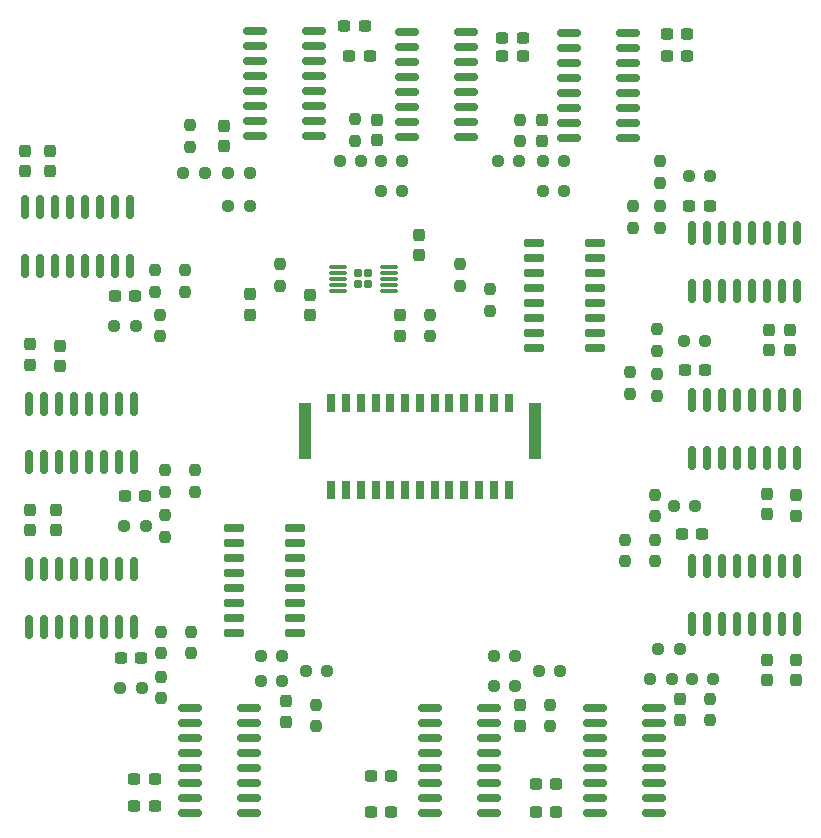
<source format=gtp>
%TF.GenerationSoftware,KiCad,Pcbnew,8.0.0*%
%TF.CreationDate,2024-03-11T20:15:50-07:00*%
%TF.ProjectId,PCB,5043422e-6b69-4636-9164-5f7063625858,rev?*%
%TF.SameCoordinates,Original*%
%TF.FileFunction,Paste,Top*%
%TF.FilePolarity,Positive*%
%FSLAX46Y46*%
G04 Gerber Fmt 4.6, Leading zero omitted, Abs format (unit mm)*
G04 Created by KiCad (PCBNEW 8.0.0) date 2024-03-11 20:15:50*
%MOMM*%
%LPD*%
G01*
G04 APERTURE LIST*
G04 Aperture macros list*
%AMRoundRect*
0 Rectangle with rounded corners*
0 $1 Rounding radius*
0 $2 $3 $4 $5 $6 $7 $8 $9 X,Y pos of 4 corners*
0 Add a 4 corners polygon primitive as box body*
4,1,4,$2,$3,$4,$5,$6,$7,$8,$9,$2,$3,0*
0 Add four circle primitives for the rounded corners*
1,1,$1+$1,$2,$3*
1,1,$1+$1,$4,$5*
1,1,$1+$1,$6,$7*
1,1,$1+$1,$8,$9*
0 Add four rect primitives between the rounded corners*
20,1,$1+$1,$2,$3,$4,$5,0*
20,1,$1+$1,$4,$5,$6,$7,0*
20,1,$1+$1,$6,$7,$8,$9,0*
20,1,$1+$1,$8,$9,$2,$3,0*%
G04 Aperture macros list end*
%ADD10RoundRect,0.237500X0.237500X-0.287500X0.237500X0.287500X-0.237500X0.287500X-0.237500X-0.287500X0*%
%ADD11RoundRect,0.237500X-0.237500X0.250000X-0.237500X-0.250000X0.237500X-0.250000X0.237500X0.250000X0*%
%ADD12RoundRect,0.237500X0.237500X-0.250000X0.237500X0.250000X-0.237500X0.250000X-0.237500X-0.250000X0*%
%ADD13RoundRect,0.150000X-0.725000X-0.150000X0.725000X-0.150000X0.725000X0.150000X-0.725000X0.150000X0*%
%ADD14RoundRect,0.237500X0.250000X0.237500X-0.250000X0.237500X-0.250000X-0.237500X0.250000X-0.237500X0*%
%ADD15RoundRect,0.150000X-0.150000X0.825000X-0.150000X-0.825000X0.150000X-0.825000X0.150000X0.825000X0*%
%ADD16RoundRect,0.237500X0.300000X0.237500X-0.300000X0.237500X-0.300000X-0.237500X0.300000X-0.237500X0*%
%ADD17RoundRect,0.150000X-0.825000X-0.150000X0.825000X-0.150000X0.825000X0.150000X-0.825000X0.150000X0*%
%ADD18RoundRect,0.237500X0.237500X-0.300000X0.237500X0.300000X-0.237500X0.300000X-0.237500X-0.300000X0*%
%ADD19RoundRect,0.237500X-0.237500X0.300000X-0.237500X-0.300000X0.237500X-0.300000X0.237500X0.300000X0*%
%ADD20RoundRect,0.150000X0.150000X-0.825000X0.150000X0.825000X-0.150000X0.825000X-0.150000X-0.825000X0*%
%ADD21RoundRect,0.237500X-0.300000X-0.237500X0.300000X-0.237500X0.300000X0.237500X-0.300000X0.237500X0*%
%ADD22RoundRect,0.237500X-0.250000X-0.237500X0.250000X-0.237500X0.250000X0.237500X-0.250000X0.237500X0*%
%ADD23R,0.800000X1.600000*%
%ADD24R,1.000000X4.800000*%
%ADD25RoundRect,0.150000X0.825000X0.150000X-0.825000X0.150000X-0.825000X-0.150000X0.825000X-0.150000X0*%
%ADD26RoundRect,0.170000X-0.170000X-0.210000X0.170000X-0.210000X0.170000X0.210000X-0.170000X0.210000X0*%
%ADD27RoundRect,0.075000X-0.650000X-0.075000X0.650000X-0.075000X0.650000X0.075000X-0.650000X0.075000X0*%
G04 APERTURE END LIST*
D10*
X232410000Y-112142500D03*
X232410000Y-110392500D03*
D11*
X250190000Y-107837500D03*
X250190000Y-109662500D03*
D12*
X266700000Y-129182500D03*
X266700000Y-127357500D03*
D13*
X256505000Y-106045000D03*
X256505000Y-107315000D03*
X256505000Y-108585000D03*
X256505000Y-109855000D03*
X256505000Y-111125000D03*
X256505000Y-112395000D03*
X256505000Y-113665000D03*
X256505000Y-114935000D03*
X261655000Y-114935000D03*
X261655000Y-113665000D03*
X261655000Y-112395000D03*
X261655000Y-111125000D03*
X261655000Y-109855000D03*
X261655000Y-108585000D03*
X261655000Y-107315000D03*
X261655000Y-106045000D03*
D14*
X235165000Y-140970000D03*
X233340000Y-140970000D03*
D15*
X278765000Y-105160000D03*
X277495000Y-105160000D03*
X276225000Y-105160000D03*
X274955000Y-105160000D03*
X273685000Y-105160000D03*
X272415000Y-105160000D03*
X271145000Y-105160000D03*
X269875000Y-105160000D03*
X269875000Y-110110000D03*
X271145000Y-110110000D03*
X272415000Y-110110000D03*
X273685000Y-110110000D03*
X274955000Y-110110000D03*
X276225000Y-110110000D03*
X277495000Y-110110000D03*
X278765000Y-110110000D03*
D16*
X258392500Y-154250000D03*
X256667500Y-154250000D03*
D11*
X234950000Y-107837500D03*
X234950000Y-109662500D03*
D17*
X232905000Y-88070000D03*
X232905000Y-89340000D03*
X232905000Y-90610000D03*
X232905000Y-91880000D03*
X232905000Y-93150000D03*
X232905000Y-94420000D03*
X232905000Y-95690000D03*
X232905000Y-96960000D03*
X237855000Y-96960000D03*
X237855000Y-95690000D03*
X237855000Y-94420000D03*
X237855000Y-93150000D03*
X237855000Y-91880000D03*
X237855000Y-90610000D03*
X237855000Y-89340000D03*
X237855000Y-88070000D03*
D12*
X227445000Y-140780000D03*
X227445000Y-138955000D03*
D18*
X216015000Y-130337500D03*
X216015000Y-128612500D03*
D13*
X231070000Y-130175000D03*
X231070000Y-131445000D03*
X231070000Y-132715000D03*
X231070000Y-133985000D03*
X231070000Y-135255000D03*
X231070000Y-136525000D03*
X231070000Y-137795000D03*
X231070000Y-139065000D03*
X236220000Y-139065000D03*
X236220000Y-137795000D03*
X236220000Y-136525000D03*
X236220000Y-135255000D03*
X236220000Y-133985000D03*
X236220000Y-132715000D03*
X236220000Y-131445000D03*
X236220000Y-130175000D03*
D12*
X227785000Y-127090000D03*
X227785000Y-125265000D03*
D18*
X213415000Y-99960000D03*
X213415000Y-98235000D03*
D19*
X230235000Y-96097500D03*
X230235000Y-97822500D03*
X278710000Y-127407500D03*
X278710000Y-129132500D03*
D14*
X254912500Y-140970000D03*
X253087500Y-140970000D03*
D12*
X226925000Y-110170000D03*
X226925000Y-108345000D03*
D20*
X213750000Y-138580000D03*
X215020000Y-138580000D03*
X216290000Y-138580000D03*
X217560000Y-138580000D03*
X218830000Y-138580000D03*
X220100000Y-138580000D03*
X221370000Y-138580000D03*
X222640000Y-138580000D03*
X222640000Y-133630000D03*
X221370000Y-133630000D03*
X220100000Y-133630000D03*
X218830000Y-133630000D03*
X217560000Y-133630000D03*
X216290000Y-133630000D03*
X215020000Y-133630000D03*
X213750000Y-133630000D03*
D21*
X267732500Y-90170000D03*
X269457500Y-90170000D03*
D12*
X247650000Y-113942500D03*
X247650000Y-112117500D03*
D22*
X221452500Y-143677500D03*
X223277500Y-143677500D03*
D12*
X257810000Y-146962500D03*
X257810000Y-145137500D03*
D18*
X215495000Y-99960000D03*
X215495000Y-98235000D03*
D21*
X221502500Y-141137500D03*
X223227500Y-141137500D03*
D17*
X259490000Y-88265000D03*
X259490000Y-89535000D03*
X259490000Y-90805000D03*
X259490000Y-92075000D03*
X259490000Y-93345000D03*
X259490000Y-94615000D03*
X259490000Y-95885000D03*
X259490000Y-97155000D03*
X264440000Y-97155000D03*
X264440000Y-95885000D03*
X264440000Y-94615000D03*
X264440000Y-93345000D03*
X264440000Y-92075000D03*
X264440000Y-90805000D03*
X264440000Y-89535000D03*
X264440000Y-88265000D03*
D18*
X216355000Y-116472500D03*
X216355000Y-114747500D03*
D11*
X264885000Y-102912500D03*
X264885000Y-104737500D03*
D21*
X220982500Y-110527500D03*
X222707500Y-110527500D03*
X240867500Y-90170000D03*
X242592500Y-90170000D03*
D18*
X255270000Y-146912500D03*
X255270000Y-145187500D03*
D12*
X271392500Y-146432500D03*
X271392500Y-144607500D03*
D16*
X224382500Y-151460000D03*
X222657500Y-151460000D03*
D22*
X256897500Y-142240000D03*
X258722500Y-142240000D03*
D18*
X213805000Y-130337500D03*
X213805000Y-128612500D03*
D11*
X266700000Y-131167500D03*
X266700000Y-132992500D03*
D22*
X257242500Y-101600000D03*
X259067500Y-101600000D03*
D16*
X258392500Y-151870000D03*
X256667500Y-151870000D03*
D18*
X237490000Y-112152500D03*
X237490000Y-110427500D03*
D23*
X254340000Y-119580000D03*
X254340000Y-126970000D03*
X253090000Y-119580000D03*
X253090000Y-126970000D03*
X251840000Y-119580000D03*
X251840000Y-126970000D03*
X250590000Y-119580000D03*
X250590000Y-126970000D03*
X249340000Y-119580000D03*
X249340000Y-126970000D03*
X248090000Y-119580000D03*
X248090000Y-126970000D03*
X246840000Y-119580000D03*
X246840000Y-126970000D03*
X245590000Y-119580000D03*
X245590000Y-126970000D03*
X244340000Y-119580000D03*
X244340000Y-126970000D03*
X243090000Y-119580000D03*
X243090000Y-126970000D03*
X241840000Y-119580000D03*
X241840000Y-126970000D03*
X240590000Y-119580000D03*
X240590000Y-126970000D03*
X239340000Y-119580000D03*
X239340000Y-126970000D03*
D24*
X237140000Y-121920000D03*
X256540000Y-121920000D03*
D15*
X278765000Y-133350000D03*
X277495000Y-133350000D03*
X276225000Y-133350000D03*
X274955000Y-133350000D03*
X273685000Y-133350000D03*
X272415000Y-133350000D03*
X271145000Y-133350000D03*
X269875000Y-133350000D03*
X269875000Y-138300000D03*
X271145000Y-138300000D03*
X272415000Y-138300000D03*
X273685000Y-138300000D03*
X274955000Y-138300000D03*
X276225000Y-138300000D03*
X277495000Y-138300000D03*
X278765000Y-138300000D03*
D22*
X253432500Y-99060000D03*
X255257500Y-99060000D03*
D25*
X266635000Y-154305000D03*
X266635000Y-153035000D03*
X266635000Y-151765000D03*
X266635000Y-150495000D03*
X266635000Y-149225000D03*
X266635000Y-147955000D03*
X266635000Y-146685000D03*
X266635000Y-145415000D03*
X261685000Y-145415000D03*
X261685000Y-146685000D03*
X261685000Y-147955000D03*
X261685000Y-149225000D03*
X261685000Y-150495000D03*
X261685000Y-151765000D03*
X261685000Y-153035000D03*
X261685000Y-154305000D03*
D11*
X252730000Y-109935000D03*
X252730000Y-111760000D03*
D16*
X244422500Y-154250000D03*
X242697500Y-154250000D03*
D22*
X243527500Y-99060000D03*
X245352500Y-99060000D03*
D25*
X252665000Y-154305000D03*
X252665000Y-153035000D03*
X252665000Y-151765000D03*
X252665000Y-150495000D03*
X252665000Y-149225000D03*
X252665000Y-147955000D03*
X252665000Y-146685000D03*
X252665000Y-145415000D03*
X247715000Y-145415000D03*
X247715000Y-146685000D03*
X247715000Y-147955000D03*
X247715000Y-149225000D03*
X247715000Y-150495000D03*
X247715000Y-151765000D03*
X247715000Y-153035000D03*
X247715000Y-154305000D03*
D19*
X276225000Y-127257500D03*
X276225000Y-128982500D03*
D18*
X213805000Y-116337500D03*
X213805000Y-114612500D03*
D22*
X243527500Y-101600000D03*
X245352500Y-101600000D03*
D20*
X213750000Y-124580000D03*
X215020000Y-124580000D03*
X216290000Y-124580000D03*
X217560000Y-124580000D03*
X218830000Y-124580000D03*
X220100000Y-124580000D03*
X221370000Y-124580000D03*
X222640000Y-124580000D03*
X222640000Y-119630000D03*
X221370000Y-119630000D03*
X220100000Y-119630000D03*
X218830000Y-119630000D03*
X217560000Y-119630000D03*
X216290000Y-119630000D03*
X215020000Y-119630000D03*
X213750000Y-119630000D03*
D11*
X255270000Y-95607500D03*
X255270000Y-97432500D03*
D21*
X253802500Y-90170000D03*
X255527500Y-90170000D03*
D18*
X245110000Y-113892500D03*
X245110000Y-112167500D03*
D22*
X237150000Y-142240000D03*
X238975000Y-142240000D03*
D21*
X240437500Y-87630000D03*
X242162500Y-87630000D03*
D14*
X268137500Y-142980000D03*
X266312500Y-142980000D03*
D12*
X224385000Y-110170000D03*
X224385000Y-108345000D03*
D18*
X246750000Y-107072500D03*
X246750000Y-105347500D03*
D16*
X244422500Y-151130000D03*
X242697500Y-151130000D03*
D11*
X264160000Y-131167500D03*
X264160000Y-132992500D03*
D12*
X267175000Y-100927500D03*
X267175000Y-99102500D03*
D26*
X241617500Y-108605000D03*
X241617500Y-109545000D03*
X242457500Y-108605000D03*
X242457500Y-109545000D03*
D27*
X239887500Y-108075000D03*
X239887500Y-108575000D03*
X239887500Y-109075000D03*
X239887500Y-109575000D03*
X239887500Y-110075000D03*
X244187500Y-110075000D03*
X244187500Y-109575000D03*
X244187500Y-109075000D03*
X244187500Y-108575000D03*
X244187500Y-108075000D03*
D16*
X224382500Y-153670000D03*
X222657500Y-153670000D03*
D11*
X266927500Y-117132500D03*
X266927500Y-118957500D03*
D19*
X278130000Y-113402500D03*
X278130000Y-115127500D03*
D18*
X268852500Y-146382500D03*
X268852500Y-144657500D03*
D19*
X243170000Y-95597500D03*
X243170000Y-97322500D03*
D18*
X235522500Y-146552500D03*
X235522500Y-144827500D03*
D16*
X271372500Y-102870000D03*
X269647500Y-102870000D03*
D14*
X270152500Y-128270000D03*
X268327500Y-128270000D03*
D11*
X227330000Y-96047500D03*
X227330000Y-97872500D03*
D14*
X271422500Y-100330000D03*
X269597500Y-100330000D03*
D12*
X238062500Y-146962500D03*
X238062500Y-145137500D03*
D17*
X245775000Y-88205000D03*
X245775000Y-89475000D03*
X245775000Y-90745000D03*
X245775000Y-92015000D03*
X245775000Y-93285000D03*
X245775000Y-94555000D03*
X245775000Y-95825000D03*
X245775000Y-97095000D03*
X250725000Y-97095000D03*
X250725000Y-95825000D03*
X250725000Y-94555000D03*
X250725000Y-93285000D03*
X250725000Y-92015000D03*
X250725000Y-90745000D03*
X250725000Y-89475000D03*
X250725000Y-88205000D03*
D11*
X267175000Y-102912500D03*
X267175000Y-104737500D03*
D21*
X253802500Y-88700000D03*
X255527500Y-88700000D03*
D22*
X269847500Y-142980000D03*
X271672500Y-142980000D03*
D14*
X268852500Y-140440000D03*
X267027500Y-140440000D03*
X235165000Y-143150000D03*
X233340000Y-143150000D03*
D19*
X257175000Y-95657500D03*
X257175000Y-97382500D03*
D20*
X213360000Y-107950000D03*
X214630000Y-107950000D03*
X215900000Y-107950000D03*
X217170000Y-107950000D03*
X218440000Y-107950000D03*
X219710000Y-107950000D03*
X220980000Y-107950000D03*
X222250000Y-107950000D03*
X222250000Y-103000000D03*
X220980000Y-103000000D03*
X219710000Y-103000000D03*
X218440000Y-103000000D03*
X217170000Y-103000000D03*
X215900000Y-103000000D03*
X214630000Y-103000000D03*
X213360000Y-103000000D03*
D19*
X276385000Y-113402500D03*
X276385000Y-115127500D03*
D11*
X224905000Y-142765000D03*
X224905000Y-144590000D03*
D21*
X221842500Y-127447500D03*
X223567500Y-127447500D03*
D12*
X225245000Y-127090000D03*
X225245000Y-125265000D03*
X224905000Y-140780000D03*
X224905000Y-138955000D03*
D16*
X270737500Y-130680000D03*
X269012500Y-130680000D03*
D11*
X224790000Y-112117500D03*
X224790000Y-113942500D03*
D22*
X230592500Y-100135000D03*
X232417500Y-100135000D03*
D16*
X270965000Y-116775000D03*
X269240000Y-116775000D03*
D14*
X271015000Y-114300000D03*
X269190000Y-114300000D03*
X241855000Y-99060000D03*
X240030000Y-99060000D03*
D22*
X220932500Y-113067500D03*
X222757500Y-113067500D03*
D19*
X278710000Y-141312500D03*
X278710000Y-143037500D03*
D21*
X267732500Y-88320000D03*
X269457500Y-88320000D03*
D11*
X241300000Y-95547500D03*
X241300000Y-97372500D03*
X225245000Y-129075000D03*
X225245000Y-130900000D03*
D12*
X266927500Y-115147500D03*
X266927500Y-113322500D03*
D22*
X221792500Y-129987500D03*
X223617500Y-129987500D03*
X226782500Y-100135000D03*
X228607500Y-100135000D03*
D19*
X276225000Y-141312500D03*
X276225000Y-143037500D03*
D11*
X264637500Y-117002500D03*
X264637500Y-118827500D03*
D14*
X254912500Y-143510000D03*
X253087500Y-143510000D03*
D22*
X230592500Y-102870000D03*
X232417500Y-102870000D03*
D15*
X278765000Y-119315000D03*
X277495000Y-119315000D03*
X276225000Y-119315000D03*
X274955000Y-119315000D03*
X273685000Y-119315000D03*
X272415000Y-119315000D03*
X271145000Y-119315000D03*
X269875000Y-119315000D03*
X269875000Y-124265000D03*
X271145000Y-124265000D03*
X272415000Y-124265000D03*
X273685000Y-124265000D03*
X274955000Y-124265000D03*
X276225000Y-124265000D03*
X277495000Y-124265000D03*
X278765000Y-124265000D03*
D22*
X257242500Y-99060000D03*
X259067500Y-99060000D03*
D25*
X232345000Y-154305000D03*
X232345000Y-153035000D03*
X232345000Y-151765000D03*
X232345000Y-150495000D03*
X232345000Y-149225000D03*
X232345000Y-147955000D03*
X232345000Y-146685000D03*
X232345000Y-145415000D03*
X227395000Y-145415000D03*
X227395000Y-146685000D03*
X227395000Y-147955000D03*
X227395000Y-149225000D03*
X227395000Y-150495000D03*
X227395000Y-151765000D03*
X227395000Y-153035000D03*
X227395000Y-154305000D03*
M02*

</source>
